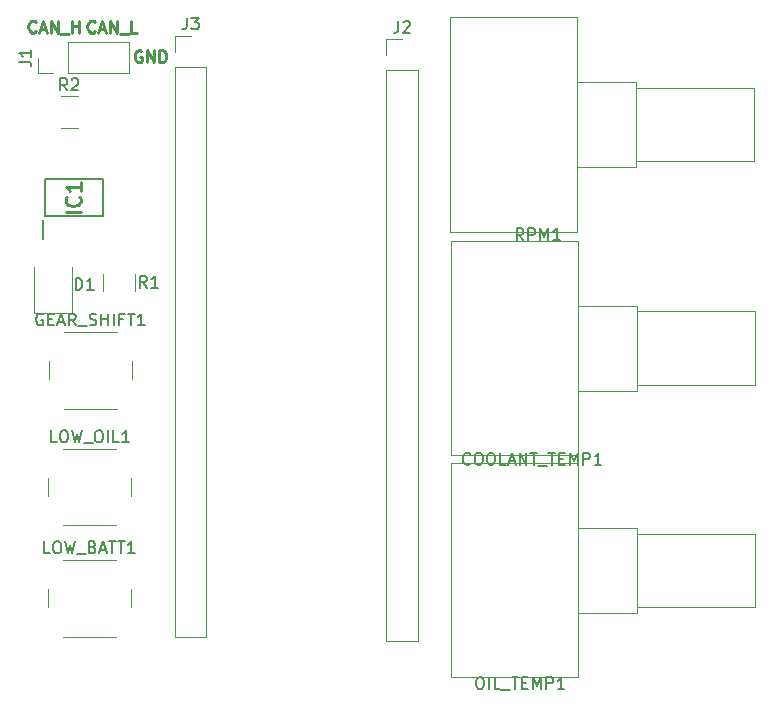
<source format=gbr>
%TF.GenerationSoftware,KiCad,Pcbnew,7.0.6*%
%TF.CreationDate,2024-04-09T21:05:34+03:00*%
%TF.ProjectId,ecu-emulator,6563752d-656d-4756-9c61-746f722e6b69,rev?*%
%TF.SameCoordinates,Original*%
%TF.FileFunction,Legend,Top*%
%TF.FilePolarity,Positive*%
%FSLAX46Y46*%
G04 Gerber Fmt 4.6, Leading zero omitted, Abs format (unit mm)*
G04 Created by KiCad (PCBNEW 7.0.6) date 2024-04-09 21:05:34*
%MOMM*%
%LPD*%
G01*
G04 APERTURE LIST*
%ADD10C,0.250000*%
%ADD11C,0.254000*%
%ADD12C,0.150000*%
%ADD13C,0.200000*%
%ADD14C,0.120000*%
G04 APERTURE END LIST*
D10*
X117473996Y-51269380D02*
X117426377Y-51317000D01*
X117426377Y-51317000D02*
X117283520Y-51364619D01*
X117283520Y-51364619D02*
X117188282Y-51364619D01*
X117188282Y-51364619D02*
X117045425Y-51317000D01*
X117045425Y-51317000D02*
X116950187Y-51221761D01*
X116950187Y-51221761D02*
X116902568Y-51126523D01*
X116902568Y-51126523D02*
X116854949Y-50936047D01*
X116854949Y-50936047D02*
X116854949Y-50793190D01*
X116854949Y-50793190D02*
X116902568Y-50602714D01*
X116902568Y-50602714D02*
X116950187Y-50507476D01*
X116950187Y-50507476D02*
X117045425Y-50412238D01*
X117045425Y-50412238D02*
X117188282Y-50364619D01*
X117188282Y-50364619D02*
X117283520Y-50364619D01*
X117283520Y-50364619D02*
X117426377Y-50412238D01*
X117426377Y-50412238D02*
X117473996Y-50459857D01*
X117854949Y-51078904D02*
X118331139Y-51078904D01*
X117759711Y-51364619D02*
X118093044Y-50364619D01*
X118093044Y-50364619D02*
X118426377Y-51364619D01*
X118759711Y-51364619D02*
X118759711Y-50364619D01*
X118759711Y-50364619D02*
X119331139Y-51364619D01*
X119331139Y-51364619D02*
X119331139Y-50364619D01*
X119569235Y-51459857D02*
X120331139Y-51459857D01*
X121045425Y-51364619D02*
X120569235Y-51364619D01*
X120569235Y-51364619D02*
X120569235Y-50364619D01*
X112473996Y-51269380D02*
X112426377Y-51317000D01*
X112426377Y-51317000D02*
X112283520Y-51364619D01*
X112283520Y-51364619D02*
X112188282Y-51364619D01*
X112188282Y-51364619D02*
X112045425Y-51317000D01*
X112045425Y-51317000D02*
X111950187Y-51221761D01*
X111950187Y-51221761D02*
X111902568Y-51126523D01*
X111902568Y-51126523D02*
X111854949Y-50936047D01*
X111854949Y-50936047D02*
X111854949Y-50793190D01*
X111854949Y-50793190D02*
X111902568Y-50602714D01*
X111902568Y-50602714D02*
X111950187Y-50507476D01*
X111950187Y-50507476D02*
X112045425Y-50412238D01*
X112045425Y-50412238D02*
X112188282Y-50364619D01*
X112188282Y-50364619D02*
X112283520Y-50364619D01*
X112283520Y-50364619D02*
X112426377Y-50412238D01*
X112426377Y-50412238D02*
X112473996Y-50459857D01*
X112854949Y-51078904D02*
X113331139Y-51078904D01*
X112759711Y-51364619D02*
X113093044Y-50364619D01*
X113093044Y-50364619D02*
X113426377Y-51364619D01*
X113759711Y-51364619D02*
X113759711Y-50364619D01*
X113759711Y-50364619D02*
X114331139Y-51364619D01*
X114331139Y-51364619D02*
X114331139Y-50364619D01*
X114569235Y-51459857D02*
X115331139Y-51459857D01*
X115569235Y-51364619D02*
X115569235Y-50364619D01*
X115569235Y-50840809D02*
X116140663Y-50840809D01*
X116140663Y-51364619D02*
X116140663Y-50364619D01*
X121426377Y-52912238D02*
X121331139Y-52864619D01*
X121331139Y-52864619D02*
X121188282Y-52864619D01*
X121188282Y-52864619D02*
X121045425Y-52912238D01*
X121045425Y-52912238D02*
X120950187Y-53007476D01*
X120950187Y-53007476D02*
X120902568Y-53102714D01*
X120902568Y-53102714D02*
X120854949Y-53293190D01*
X120854949Y-53293190D02*
X120854949Y-53436047D01*
X120854949Y-53436047D02*
X120902568Y-53626523D01*
X120902568Y-53626523D02*
X120950187Y-53721761D01*
X120950187Y-53721761D02*
X121045425Y-53817000D01*
X121045425Y-53817000D02*
X121188282Y-53864619D01*
X121188282Y-53864619D02*
X121283520Y-53864619D01*
X121283520Y-53864619D02*
X121426377Y-53817000D01*
X121426377Y-53817000D02*
X121473996Y-53769380D01*
X121473996Y-53769380D02*
X121473996Y-53436047D01*
X121473996Y-53436047D02*
X121283520Y-53436047D01*
X121902568Y-53864619D02*
X121902568Y-52864619D01*
X121902568Y-52864619D02*
X122473996Y-53864619D01*
X122473996Y-53864619D02*
X122473996Y-52864619D01*
X122950187Y-53864619D02*
X122950187Y-52864619D01*
X122950187Y-52864619D02*
X123188282Y-52864619D01*
X123188282Y-52864619D02*
X123331139Y-52912238D01*
X123331139Y-52912238D02*
X123426377Y-53007476D01*
X123426377Y-53007476D02*
X123473996Y-53102714D01*
X123473996Y-53102714D02*
X123521615Y-53293190D01*
X123521615Y-53293190D02*
X123521615Y-53436047D01*
X123521615Y-53436047D02*
X123473996Y-53626523D01*
X123473996Y-53626523D02*
X123426377Y-53721761D01*
X123426377Y-53721761D02*
X123331139Y-53817000D01*
X123331139Y-53817000D02*
X123188282Y-53864619D01*
X123188282Y-53864619D02*
X122950187Y-53864619D01*
D11*
X116274318Y-66589762D02*
X115004318Y-66589762D01*
X116153365Y-65259285D02*
X116213842Y-65319761D01*
X116213842Y-65319761D02*
X116274318Y-65501190D01*
X116274318Y-65501190D02*
X116274318Y-65622142D01*
X116274318Y-65622142D02*
X116213842Y-65803571D01*
X116213842Y-65803571D02*
X116092889Y-65924523D01*
X116092889Y-65924523D02*
X115971937Y-65985000D01*
X115971937Y-65985000D02*
X115730032Y-66045476D01*
X115730032Y-66045476D02*
X115548603Y-66045476D01*
X115548603Y-66045476D02*
X115306699Y-65985000D01*
X115306699Y-65985000D02*
X115185746Y-65924523D01*
X115185746Y-65924523D02*
X115064794Y-65803571D01*
X115064794Y-65803571D02*
X115004318Y-65622142D01*
X115004318Y-65622142D02*
X115004318Y-65501190D01*
X115004318Y-65501190D02*
X115064794Y-65319761D01*
X115064794Y-65319761D02*
X115125270Y-65259285D01*
X116274318Y-64049761D02*
X116274318Y-64775476D01*
X116274318Y-64412619D02*
X115004318Y-64412619D01*
X115004318Y-64412619D02*
X115185746Y-64533571D01*
X115185746Y-64533571D02*
X115306699Y-64654523D01*
X115306699Y-64654523D02*
X115367175Y-64775476D01*
D12*
X115133333Y-56254819D02*
X114800000Y-55778628D01*
X114561905Y-56254819D02*
X114561905Y-55254819D01*
X114561905Y-55254819D02*
X114942857Y-55254819D01*
X114942857Y-55254819D02*
X115038095Y-55302438D01*
X115038095Y-55302438D02*
X115085714Y-55350057D01*
X115085714Y-55350057D02*
X115133333Y-55445295D01*
X115133333Y-55445295D02*
X115133333Y-55588152D01*
X115133333Y-55588152D02*
X115085714Y-55683390D01*
X115085714Y-55683390D02*
X115038095Y-55731009D01*
X115038095Y-55731009D02*
X114942857Y-55778628D01*
X114942857Y-55778628D02*
X114561905Y-55778628D01*
X115514286Y-55350057D02*
X115561905Y-55302438D01*
X115561905Y-55302438D02*
X115657143Y-55254819D01*
X115657143Y-55254819D02*
X115895238Y-55254819D01*
X115895238Y-55254819D02*
X115990476Y-55302438D01*
X115990476Y-55302438D02*
X116038095Y-55350057D01*
X116038095Y-55350057D02*
X116085714Y-55445295D01*
X116085714Y-55445295D02*
X116085714Y-55540533D01*
X116085714Y-55540533D02*
X116038095Y-55683390D01*
X116038095Y-55683390D02*
X115466667Y-56254819D01*
X115466667Y-56254819D02*
X116085714Y-56254819D01*
X150000000Y-105954819D02*
X150190476Y-105954819D01*
X150190476Y-105954819D02*
X150285714Y-106002438D01*
X150285714Y-106002438D02*
X150380952Y-106097676D01*
X150380952Y-106097676D02*
X150428571Y-106288152D01*
X150428571Y-106288152D02*
X150428571Y-106621485D01*
X150428571Y-106621485D02*
X150380952Y-106811961D01*
X150380952Y-106811961D02*
X150285714Y-106907200D01*
X150285714Y-106907200D02*
X150190476Y-106954819D01*
X150190476Y-106954819D02*
X150000000Y-106954819D01*
X150000000Y-106954819D02*
X149904762Y-106907200D01*
X149904762Y-106907200D02*
X149809524Y-106811961D01*
X149809524Y-106811961D02*
X149761905Y-106621485D01*
X149761905Y-106621485D02*
X149761905Y-106288152D01*
X149761905Y-106288152D02*
X149809524Y-106097676D01*
X149809524Y-106097676D02*
X149904762Y-106002438D01*
X149904762Y-106002438D02*
X150000000Y-105954819D01*
X150857143Y-106954819D02*
X150857143Y-105954819D01*
X151809523Y-106954819D02*
X151333333Y-106954819D01*
X151333333Y-106954819D02*
X151333333Y-105954819D01*
X151904762Y-107050057D02*
X152666666Y-107050057D01*
X152761905Y-105954819D02*
X153333333Y-105954819D01*
X153047619Y-106954819D02*
X153047619Y-105954819D01*
X153666667Y-106431009D02*
X154000000Y-106431009D01*
X154142857Y-106954819D02*
X153666667Y-106954819D01*
X153666667Y-106954819D02*
X153666667Y-105954819D01*
X153666667Y-105954819D02*
X154142857Y-105954819D01*
X154571429Y-106954819D02*
X154571429Y-105954819D01*
X154571429Y-105954819D02*
X154904762Y-106669104D01*
X154904762Y-106669104D02*
X155238095Y-105954819D01*
X155238095Y-105954819D02*
X155238095Y-106954819D01*
X155714286Y-106954819D02*
X155714286Y-105954819D01*
X155714286Y-105954819D02*
X156095238Y-105954819D01*
X156095238Y-105954819D02*
X156190476Y-106002438D01*
X156190476Y-106002438D02*
X156238095Y-106050057D01*
X156238095Y-106050057D02*
X156285714Y-106145295D01*
X156285714Y-106145295D02*
X156285714Y-106288152D01*
X156285714Y-106288152D02*
X156238095Y-106383390D01*
X156238095Y-106383390D02*
X156190476Y-106431009D01*
X156190476Y-106431009D02*
X156095238Y-106478628D01*
X156095238Y-106478628D02*
X155714286Y-106478628D01*
X157238095Y-106954819D02*
X156666667Y-106954819D01*
X156952381Y-106954819D02*
X156952381Y-105954819D01*
X156952381Y-105954819D02*
X156857143Y-106097676D01*
X156857143Y-106097676D02*
X156761905Y-106192914D01*
X156761905Y-106192914D02*
X156666667Y-106240533D01*
X113666666Y-95454819D02*
X113190476Y-95454819D01*
X113190476Y-95454819D02*
X113190476Y-94454819D01*
X114190476Y-94454819D02*
X114380952Y-94454819D01*
X114380952Y-94454819D02*
X114476190Y-94502438D01*
X114476190Y-94502438D02*
X114571428Y-94597676D01*
X114571428Y-94597676D02*
X114619047Y-94788152D01*
X114619047Y-94788152D02*
X114619047Y-95121485D01*
X114619047Y-95121485D02*
X114571428Y-95311961D01*
X114571428Y-95311961D02*
X114476190Y-95407200D01*
X114476190Y-95407200D02*
X114380952Y-95454819D01*
X114380952Y-95454819D02*
X114190476Y-95454819D01*
X114190476Y-95454819D02*
X114095238Y-95407200D01*
X114095238Y-95407200D02*
X114000000Y-95311961D01*
X114000000Y-95311961D02*
X113952381Y-95121485D01*
X113952381Y-95121485D02*
X113952381Y-94788152D01*
X113952381Y-94788152D02*
X114000000Y-94597676D01*
X114000000Y-94597676D02*
X114095238Y-94502438D01*
X114095238Y-94502438D02*
X114190476Y-94454819D01*
X114952381Y-94454819D02*
X115190476Y-95454819D01*
X115190476Y-95454819D02*
X115380952Y-94740533D01*
X115380952Y-94740533D02*
X115571428Y-95454819D01*
X115571428Y-95454819D02*
X115809524Y-94454819D01*
X115952381Y-95550057D02*
X116714285Y-95550057D01*
X117285714Y-94931009D02*
X117428571Y-94978628D01*
X117428571Y-94978628D02*
X117476190Y-95026247D01*
X117476190Y-95026247D02*
X117523809Y-95121485D01*
X117523809Y-95121485D02*
X117523809Y-95264342D01*
X117523809Y-95264342D02*
X117476190Y-95359580D01*
X117476190Y-95359580D02*
X117428571Y-95407200D01*
X117428571Y-95407200D02*
X117333333Y-95454819D01*
X117333333Y-95454819D02*
X116952381Y-95454819D01*
X116952381Y-95454819D02*
X116952381Y-94454819D01*
X116952381Y-94454819D02*
X117285714Y-94454819D01*
X117285714Y-94454819D02*
X117380952Y-94502438D01*
X117380952Y-94502438D02*
X117428571Y-94550057D01*
X117428571Y-94550057D02*
X117476190Y-94645295D01*
X117476190Y-94645295D02*
X117476190Y-94740533D01*
X117476190Y-94740533D02*
X117428571Y-94835771D01*
X117428571Y-94835771D02*
X117380952Y-94883390D01*
X117380952Y-94883390D02*
X117285714Y-94931009D01*
X117285714Y-94931009D02*
X116952381Y-94931009D01*
X117904762Y-95169104D02*
X118380952Y-95169104D01*
X117809524Y-95454819D02*
X118142857Y-94454819D01*
X118142857Y-94454819D02*
X118476190Y-95454819D01*
X118666667Y-94454819D02*
X119238095Y-94454819D01*
X118952381Y-95454819D02*
X118952381Y-94454819D01*
X119428572Y-94454819D02*
X120000000Y-94454819D01*
X119714286Y-95454819D02*
X119714286Y-94454819D01*
X120857143Y-95454819D02*
X120285715Y-95454819D01*
X120571429Y-95454819D02*
X120571429Y-94454819D01*
X120571429Y-94454819D02*
X120476191Y-94597676D01*
X120476191Y-94597676D02*
X120380953Y-94692914D01*
X120380953Y-94692914D02*
X120285715Y-94740533D01*
X113076190Y-75202438D02*
X112980952Y-75154819D01*
X112980952Y-75154819D02*
X112838095Y-75154819D01*
X112838095Y-75154819D02*
X112695238Y-75202438D01*
X112695238Y-75202438D02*
X112600000Y-75297676D01*
X112600000Y-75297676D02*
X112552381Y-75392914D01*
X112552381Y-75392914D02*
X112504762Y-75583390D01*
X112504762Y-75583390D02*
X112504762Y-75726247D01*
X112504762Y-75726247D02*
X112552381Y-75916723D01*
X112552381Y-75916723D02*
X112600000Y-76011961D01*
X112600000Y-76011961D02*
X112695238Y-76107200D01*
X112695238Y-76107200D02*
X112838095Y-76154819D01*
X112838095Y-76154819D02*
X112933333Y-76154819D01*
X112933333Y-76154819D02*
X113076190Y-76107200D01*
X113076190Y-76107200D02*
X113123809Y-76059580D01*
X113123809Y-76059580D02*
X113123809Y-75726247D01*
X113123809Y-75726247D02*
X112933333Y-75726247D01*
X113552381Y-75631009D02*
X113885714Y-75631009D01*
X114028571Y-76154819D02*
X113552381Y-76154819D01*
X113552381Y-76154819D02*
X113552381Y-75154819D01*
X113552381Y-75154819D02*
X114028571Y-75154819D01*
X114409524Y-75869104D02*
X114885714Y-75869104D01*
X114314286Y-76154819D02*
X114647619Y-75154819D01*
X114647619Y-75154819D02*
X114980952Y-76154819D01*
X115885714Y-76154819D02*
X115552381Y-75678628D01*
X115314286Y-76154819D02*
X115314286Y-75154819D01*
X115314286Y-75154819D02*
X115695238Y-75154819D01*
X115695238Y-75154819D02*
X115790476Y-75202438D01*
X115790476Y-75202438D02*
X115838095Y-75250057D01*
X115838095Y-75250057D02*
X115885714Y-75345295D01*
X115885714Y-75345295D02*
X115885714Y-75488152D01*
X115885714Y-75488152D02*
X115838095Y-75583390D01*
X115838095Y-75583390D02*
X115790476Y-75631009D01*
X115790476Y-75631009D02*
X115695238Y-75678628D01*
X115695238Y-75678628D02*
X115314286Y-75678628D01*
X116076191Y-76250057D02*
X116838095Y-76250057D01*
X117028572Y-76107200D02*
X117171429Y-76154819D01*
X117171429Y-76154819D02*
X117409524Y-76154819D01*
X117409524Y-76154819D02*
X117504762Y-76107200D01*
X117504762Y-76107200D02*
X117552381Y-76059580D01*
X117552381Y-76059580D02*
X117600000Y-75964342D01*
X117600000Y-75964342D02*
X117600000Y-75869104D01*
X117600000Y-75869104D02*
X117552381Y-75773866D01*
X117552381Y-75773866D02*
X117504762Y-75726247D01*
X117504762Y-75726247D02*
X117409524Y-75678628D01*
X117409524Y-75678628D02*
X117219048Y-75631009D01*
X117219048Y-75631009D02*
X117123810Y-75583390D01*
X117123810Y-75583390D02*
X117076191Y-75535771D01*
X117076191Y-75535771D02*
X117028572Y-75440533D01*
X117028572Y-75440533D02*
X117028572Y-75345295D01*
X117028572Y-75345295D02*
X117076191Y-75250057D01*
X117076191Y-75250057D02*
X117123810Y-75202438D01*
X117123810Y-75202438D02*
X117219048Y-75154819D01*
X117219048Y-75154819D02*
X117457143Y-75154819D01*
X117457143Y-75154819D02*
X117600000Y-75202438D01*
X118028572Y-76154819D02*
X118028572Y-75154819D01*
X118028572Y-75631009D02*
X118600000Y-75631009D01*
X118600000Y-76154819D02*
X118600000Y-75154819D01*
X119076191Y-76154819D02*
X119076191Y-75154819D01*
X119885714Y-75631009D02*
X119552381Y-75631009D01*
X119552381Y-76154819D02*
X119552381Y-75154819D01*
X119552381Y-75154819D02*
X120028571Y-75154819D01*
X120266667Y-75154819D02*
X120838095Y-75154819D01*
X120552381Y-76154819D02*
X120552381Y-75154819D01*
X121695238Y-76154819D02*
X121123810Y-76154819D01*
X121409524Y-76154819D02*
X121409524Y-75154819D01*
X121409524Y-75154819D02*
X121314286Y-75297676D01*
X121314286Y-75297676D02*
X121219048Y-75392914D01*
X121219048Y-75392914D02*
X121123810Y-75440533D01*
X115861905Y-73154819D02*
X115861905Y-72154819D01*
X115861905Y-72154819D02*
X116100000Y-72154819D01*
X116100000Y-72154819D02*
X116242857Y-72202438D01*
X116242857Y-72202438D02*
X116338095Y-72297676D01*
X116338095Y-72297676D02*
X116385714Y-72392914D01*
X116385714Y-72392914D02*
X116433333Y-72583390D01*
X116433333Y-72583390D02*
X116433333Y-72726247D01*
X116433333Y-72726247D02*
X116385714Y-72916723D01*
X116385714Y-72916723D02*
X116338095Y-73011961D01*
X116338095Y-73011961D02*
X116242857Y-73107200D01*
X116242857Y-73107200D02*
X116100000Y-73154819D01*
X116100000Y-73154819D02*
X115861905Y-73154819D01*
X117385714Y-73154819D02*
X116814286Y-73154819D01*
X117100000Y-73154819D02*
X117100000Y-72154819D01*
X117100000Y-72154819D02*
X117004762Y-72297676D01*
X117004762Y-72297676D02*
X116909524Y-72392914D01*
X116909524Y-72392914D02*
X116814286Y-72440533D01*
X153761904Y-68954819D02*
X153428571Y-68478628D01*
X153190476Y-68954819D02*
X153190476Y-67954819D01*
X153190476Y-67954819D02*
X153571428Y-67954819D01*
X153571428Y-67954819D02*
X153666666Y-68002438D01*
X153666666Y-68002438D02*
X153714285Y-68050057D01*
X153714285Y-68050057D02*
X153761904Y-68145295D01*
X153761904Y-68145295D02*
X153761904Y-68288152D01*
X153761904Y-68288152D02*
X153714285Y-68383390D01*
X153714285Y-68383390D02*
X153666666Y-68431009D01*
X153666666Y-68431009D02*
X153571428Y-68478628D01*
X153571428Y-68478628D02*
X153190476Y-68478628D01*
X154190476Y-68954819D02*
X154190476Y-67954819D01*
X154190476Y-67954819D02*
X154571428Y-67954819D01*
X154571428Y-67954819D02*
X154666666Y-68002438D01*
X154666666Y-68002438D02*
X154714285Y-68050057D01*
X154714285Y-68050057D02*
X154761904Y-68145295D01*
X154761904Y-68145295D02*
X154761904Y-68288152D01*
X154761904Y-68288152D02*
X154714285Y-68383390D01*
X154714285Y-68383390D02*
X154666666Y-68431009D01*
X154666666Y-68431009D02*
X154571428Y-68478628D01*
X154571428Y-68478628D02*
X154190476Y-68478628D01*
X155190476Y-68954819D02*
X155190476Y-67954819D01*
X155190476Y-67954819D02*
X155523809Y-68669104D01*
X155523809Y-68669104D02*
X155857142Y-67954819D01*
X155857142Y-67954819D02*
X155857142Y-68954819D01*
X156857142Y-68954819D02*
X156285714Y-68954819D01*
X156571428Y-68954819D02*
X156571428Y-67954819D01*
X156571428Y-67954819D02*
X156476190Y-68097676D01*
X156476190Y-68097676D02*
X156380952Y-68192914D01*
X156380952Y-68192914D02*
X156285714Y-68240533D01*
X149261904Y-87859580D02*
X149214285Y-87907200D01*
X149214285Y-87907200D02*
X149071428Y-87954819D01*
X149071428Y-87954819D02*
X148976190Y-87954819D01*
X148976190Y-87954819D02*
X148833333Y-87907200D01*
X148833333Y-87907200D02*
X148738095Y-87811961D01*
X148738095Y-87811961D02*
X148690476Y-87716723D01*
X148690476Y-87716723D02*
X148642857Y-87526247D01*
X148642857Y-87526247D02*
X148642857Y-87383390D01*
X148642857Y-87383390D02*
X148690476Y-87192914D01*
X148690476Y-87192914D02*
X148738095Y-87097676D01*
X148738095Y-87097676D02*
X148833333Y-87002438D01*
X148833333Y-87002438D02*
X148976190Y-86954819D01*
X148976190Y-86954819D02*
X149071428Y-86954819D01*
X149071428Y-86954819D02*
X149214285Y-87002438D01*
X149214285Y-87002438D02*
X149261904Y-87050057D01*
X149880952Y-86954819D02*
X150071428Y-86954819D01*
X150071428Y-86954819D02*
X150166666Y-87002438D01*
X150166666Y-87002438D02*
X150261904Y-87097676D01*
X150261904Y-87097676D02*
X150309523Y-87288152D01*
X150309523Y-87288152D02*
X150309523Y-87621485D01*
X150309523Y-87621485D02*
X150261904Y-87811961D01*
X150261904Y-87811961D02*
X150166666Y-87907200D01*
X150166666Y-87907200D02*
X150071428Y-87954819D01*
X150071428Y-87954819D02*
X149880952Y-87954819D01*
X149880952Y-87954819D02*
X149785714Y-87907200D01*
X149785714Y-87907200D02*
X149690476Y-87811961D01*
X149690476Y-87811961D02*
X149642857Y-87621485D01*
X149642857Y-87621485D02*
X149642857Y-87288152D01*
X149642857Y-87288152D02*
X149690476Y-87097676D01*
X149690476Y-87097676D02*
X149785714Y-87002438D01*
X149785714Y-87002438D02*
X149880952Y-86954819D01*
X150928571Y-86954819D02*
X151119047Y-86954819D01*
X151119047Y-86954819D02*
X151214285Y-87002438D01*
X151214285Y-87002438D02*
X151309523Y-87097676D01*
X151309523Y-87097676D02*
X151357142Y-87288152D01*
X151357142Y-87288152D02*
X151357142Y-87621485D01*
X151357142Y-87621485D02*
X151309523Y-87811961D01*
X151309523Y-87811961D02*
X151214285Y-87907200D01*
X151214285Y-87907200D02*
X151119047Y-87954819D01*
X151119047Y-87954819D02*
X150928571Y-87954819D01*
X150928571Y-87954819D02*
X150833333Y-87907200D01*
X150833333Y-87907200D02*
X150738095Y-87811961D01*
X150738095Y-87811961D02*
X150690476Y-87621485D01*
X150690476Y-87621485D02*
X150690476Y-87288152D01*
X150690476Y-87288152D02*
X150738095Y-87097676D01*
X150738095Y-87097676D02*
X150833333Y-87002438D01*
X150833333Y-87002438D02*
X150928571Y-86954819D01*
X152261904Y-87954819D02*
X151785714Y-87954819D01*
X151785714Y-87954819D02*
X151785714Y-86954819D01*
X152547619Y-87669104D02*
X153023809Y-87669104D01*
X152452381Y-87954819D02*
X152785714Y-86954819D01*
X152785714Y-86954819D02*
X153119047Y-87954819D01*
X153452381Y-87954819D02*
X153452381Y-86954819D01*
X153452381Y-86954819D02*
X154023809Y-87954819D01*
X154023809Y-87954819D02*
X154023809Y-86954819D01*
X154357143Y-86954819D02*
X154928571Y-86954819D01*
X154642857Y-87954819D02*
X154642857Y-86954819D01*
X155023810Y-88050057D02*
X155785714Y-88050057D01*
X155880953Y-86954819D02*
X156452381Y-86954819D01*
X156166667Y-87954819D02*
X156166667Y-86954819D01*
X156785715Y-87431009D02*
X157119048Y-87431009D01*
X157261905Y-87954819D02*
X156785715Y-87954819D01*
X156785715Y-87954819D02*
X156785715Y-86954819D01*
X156785715Y-86954819D02*
X157261905Y-86954819D01*
X157690477Y-87954819D02*
X157690477Y-86954819D01*
X157690477Y-86954819D02*
X158023810Y-87669104D01*
X158023810Y-87669104D02*
X158357143Y-86954819D01*
X158357143Y-86954819D02*
X158357143Y-87954819D01*
X158833334Y-87954819D02*
X158833334Y-86954819D01*
X158833334Y-86954819D02*
X159214286Y-86954819D01*
X159214286Y-86954819D02*
X159309524Y-87002438D01*
X159309524Y-87002438D02*
X159357143Y-87050057D01*
X159357143Y-87050057D02*
X159404762Y-87145295D01*
X159404762Y-87145295D02*
X159404762Y-87288152D01*
X159404762Y-87288152D02*
X159357143Y-87383390D01*
X159357143Y-87383390D02*
X159309524Y-87431009D01*
X159309524Y-87431009D02*
X159214286Y-87478628D01*
X159214286Y-87478628D02*
X158833334Y-87478628D01*
X160357143Y-87954819D02*
X159785715Y-87954819D01*
X160071429Y-87954819D02*
X160071429Y-86954819D01*
X160071429Y-86954819D02*
X159976191Y-87097676D01*
X159976191Y-87097676D02*
X159880953Y-87192914D01*
X159880953Y-87192914D02*
X159785715Y-87240533D01*
X125266666Y-50104819D02*
X125266666Y-50819104D01*
X125266666Y-50819104D02*
X125219047Y-50961961D01*
X125219047Y-50961961D02*
X125123809Y-51057200D01*
X125123809Y-51057200D02*
X124980952Y-51104819D01*
X124980952Y-51104819D02*
X124885714Y-51104819D01*
X125647619Y-50104819D02*
X126266666Y-50104819D01*
X126266666Y-50104819D02*
X125933333Y-50485771D01*
X125933333Y-50485771D02*
X126076190Y-50485771D01*
X126076190Y-50485771D02*
X126171428Y-50533390D01*
X126171428Y-50533390D02*
X126219047Y-50581009D01*
X126219047Y-50581009D02*
X126266666Y-50676247D01*
X126266666Y-50676247D02*
X126266666Y-50914342D01*
X126266666Y-50914342D02*
X126219047Y-51009580D01*
X126219047Y-51009580D02*
X126171428Y-51057200D01*
X126171428Y-51057200D02*
X126076190Y-51104819D01*
X126076190Y-51104819D02*
X125790476Y-51104819D01*
X125790476Y-51104819D02*
X125695238Y-51057200D01*
X125695238Y-51057200D02*
X125647619Y-51009580D01*
X121883333Y-72954819D02*
X121550000Y-72478628D01*
X121311905Y-72954819D02*
X121311905Y-71954819D01*
X121311905Y-71954819D02*
X121692857Y-71954819D01*
X121692857Y-71954819D02*
X121788095Y-72002438D01*
X121788095Y-72002438D02*
X121835714Y-72050057D01*
X121835714Y-72050057D02*
X121883333Y-72145295D01*
X121883333Y-72145295D02*
X121883333Y-72288152D01*
X121883333Y-72288152D02*
X121835714Y-72383390D01*
X121835714Y-72383390D02*
X121788095Y-72431009D01*
X121788095Y-72431009D02*
X121692857Y-72478628D01*
X121692857Y-72478628D02*
X121311905Y-72478628D01*
X122835714Y-72954819D02*
X122264286Y-72954819D01*
X122550000Y-72954819D02*
X122550000Y-71954819D01*
X122550000Y-71954819D02*
X122454762Y-72097676D01*
X122454762Y-72097676D02*
X122359524Y-72192914D01*
X122359524Y-72192914D02*
X122264286Y-72240533D01*
X143166666Y-50404819D02*
X143166666Y-51119104D01*
X143166666Y-51119104D02*
X143119047Y-51261961D01*
X143119047Y-51261961D02*
X143023809Y-51357200D01*
X143023809Y-51357200D02*
X142880952Y-51404819D01*
X142880952Y-51404819D02*
X142785714Y-51404819D01*
X143595238Y-50500057D02*
X143642857Y-50452438D01*
X143642857Y-50452438D02*
X143738095Y-50404819D01*
X143738095Y-50404819D02*
X143976190Y-50404819D01*
X143976190Y-50404819D02*
X144071428Y-50452438D01*
X144071428Y-50452438D02*
X144119047Y-50500057D01*
X144119047Y-50500057D02*
X144166666Y-50595295D01*
X144166666Y-50595295D02*
X144166666Y-50690533D01*
X144166666Y-50690533D02*
X144119047Y-50833390D01*
X144119047Y-50833390D02*
X143547619Y-51404819D01*
X143547619Y-51404819D02*
X144166666Y-51404819D01*
X111084819Y-53833333D02*
X111799104Y-53833333D01*
X111799104Y-53833333D02*
X111941961Y-53880952D01*
X111941961Y-53880952D02*
X112037200Y-53976190D01*
X112037200Y-53976190D02*
X112084819Y-54119047D01*
X112084819Y-54119047D02*
X112084819Y-54214285D01*
X112084819Y-52833333D02*
X112084819Y-53404761D01*
X112084819Y-53119047D02*
X111084819Y-53119047D01*
X111084819Y-53119047D02*
X111227676Y-53214285D01*
X111227676Y-53214285D02*
X111322914Y-53309523D01*
X111322914Y-53309523D02*
X111370533Y-53404761D01*
X114240476Y-86054819D02*
X113764286Y-86054819D01*
X113764286Y-86054819D02*
X113764286Y-85054819D01*
X114764286Y-85054819D02*
X114954762Y-85054819D01*
X114954762Y-85054819D02*
X115050000Y-85102438D01*
X115050000Y-85102438D02*
X115145238Y-85197676D01*
X115145238Y-85197676D02*
X115192857Y-85388152D01*
X115192857Y-85388152D02*
X115192857Y-85721485D01*
X115192857Y-85721485D02*
X115145238Y-85911961D01*
X115145238Y-85911961D02*
X115050000Y-86007200D01*
X115050000Y-86007200D02*
X114954762Y-86054819D01*
X114954762Y-86054819D02*
X114764286Y-86054819D01*
X114764286Y-86054819D02*
X114669048Y-86007200D01*
X114669048Y-86007200D02*
X114573810Y-85911961D01*
X114573810Y-85911961D02*
X114526191Y-85721485D01*
X114526191Y-85721485D02*
X114526191Y-85388152D01*
X114526191Y-85388152D02*
X114573810Y-85197676D01*
X114573810Y-85197676D02*
X114669048Y-85102438D01*
X114669048Y-85102438D02*
X114764286Y-85054819D01*
X115526191Y-85054819D02*
X115764286Y-86054819D01*
X115764286Y-86054819D02*
X115954762Y-85340533D01*
X115954762Y-85340533D02*
X116145238Y-86054819D01*
X116145238Y-86054819D02*
X116383334Y-85054819D01*
X116526191Y-86150057D02*
X117288095Y-86150057D01*
X117716667Y-85054819D02*
X117907143Y-85054819D01*
X117907143Y-85054819D02*
X118002381Y-85102438D01*
X118002381Y-85102438D02*
X118097619Y-85197676D01*
X118097619Y-85197676D02*
X118145238Y-85388152D01*
X118145238Y-85388152D02*
X118145238Y-85721485D01*
X118145238Y-85721485D02*
X118097619Y-85911961D01*
X118097619Y-85911961D02*
X118002381Y-86007200D01*
X118002381Y-86007200D02*
X117907143Y-86054819D01*
X117907143Y-86054819D02*
X117716667Y-86054819D01*
X117716667Y-86054819D02*
X117621429Y-86007200D01*
X117621429Y-86007200D02*
X117526191Y-85911961D01*
X117526191Y-85911961D02*
X117478572Y-85721485D01*
X117478572Y-85721485D02*
X117478572Y-85388152D01*
X117478572Y-85388152D02*
X117526191Y-85197676D01*
X117526191Y-85197676D02*
X117621429Y-85102438D01*
X117621429Y-85102438D02*
X117716667Y-85054819D01*
X118573810Y-86054819D02*
X118573810Y-85054819D01*
X119526190Y-86054819D02*
X119050000Y-86054819D01*
X119050000Y-86054819D02*
X119050000Y-85054819D01*
X120383333Y-86054819D02*
X119811905Y-86054819D01*
X120097619Y-86054819D02*
X120097619Y-85054819D01*
X120097619Y-85054819D02*
X120002381Y-85197676D01*
X120002381Y-85197676D02*
X119907143Y-85292914D01*
X119907143Y-85292914D02*
X119811905Y-85340533D01*
D13*
%TO.C,IC1*%
X113095000Y-68825000D02*
X113095000Y-67275000D01*
X113250000Y-66925000D02*
X113250000Y-63775000D01*
X118150000Y-66925000D02*
X113250000Y-66925000D01*
X113250000Y-63775000D02*
X118150000Y-63775000D01*
X118150000Y-63775000D02*
X118150000Y-66925000D01*
D14*
%TO.C,R2*%
X114626263Y-56745000D02*
X116073737Y-56745000D01*
X114626263Y-59455000D02*
X116073737Y-59455000D01*
%TO.C,OIL_TEMP1*%
X173370000Y-93780000D02*
X173370000Y-100020000D01*
X163370000Y-100020000D02*
X173370000Y-100020000D01*
X163370000Y-93780000D02*
X173370000Y-93780000D01*
X163370000Y-93280000D02*
X163370000Y-100520000D01*
X158370000Y-100520000D02*
X163370000Y-100520000D01*
X158370000Y-93280000D02*
X163370000Y-93280000D01*
X158370000Y-87830000D02*
X158370000Y-105970000D01*
X147630000Y-105970000D02*
X158370000Y-105970000D01*
X147630000Y-87830000D02*
X158370000Y-87830000D01*
X147630000Y-87830000D02*
X147630000Y-105970000D01*
%TO.C,LOW_BATT1*%
X113500000Y-98500000D02*
X113500000Y-100000000D01*
X114750000Y-102500000D02*
X119250000Y-102500000D01*
X119250000Y-96000000D02*
X114750000Y-96000000D01*
X120500000Y-100000000D02*
X120500000Y-98500000D01*
%TO.C,GEAR_SHIFT1*%
X113600000Y-79200000D02*
X113600000Y-80700000D01*
X114850000Y-83200000D02*
X119350000Y-83200000D01*
X119350000Y-76700000D02*
X114850000Y-76700000D01*
X120600000Y-80700000D02*
X120600000Y-79200000D01*
%TO.C,D1*%
X112365000Y-75135000D02*
X115535000Y-75135000D01*
X115535000Y-75135000D02*
X115535000Y-71250000D01*
X112365000Y-71250000D02*
X112365000Y-75135000D01*
%TO.C,RPM1*%
X173320000Y-56030000D02*
X173320000Y-62270000D01*
X163320000Y-62270000D02*
X173320000Y-62270000D01*
X163320000Y-56030000D02*
X173320000Y-56030000D01*
X163320000Y-55530000D02*
X163320000Y-62770000D01*
X158320000Y-62770000D02*
X163320000Y-62770000D01*
X158320000Y-55530000D02*
X163320000Y-55530000D01*
X158320000Y-50080000D02*
X158320000Y-68220000D01*
X147580000Y-68220000D02*
X158320000Y-68220000D01*
X147580000Y-50080000D02*
X158320000Y-50080000D01*
X147580000Y-50080000D02*
X147580000Y-68220000D01*
%TO.C,COOLANT_TEMP1*%
X173370000Y-74980000D02*
X173370000Y-81220000D01*
X163370000Y-81220000D02*
X173370000Y-81220000D01*
X163370000Y-74980000D02*
X173370000Y-74980000D01*
X163370000Y-74480000D02*
X163370000Y-81720000D01*
X158370000Y-81720000D02*
X163370000Y-81720000D01*
X158370000Y-74480000D02*
X163370000Y-74480000D01*
X158370000Y-69030000D02*
X158370000Y-87170000D01*
X147630000Y-87170000D02*
X158370000Y-87170000D01*
X147630000Y-69030000D02*
X158370000Y-69030000D01*
X147630000Y-69030000D02*
X147630000Y-87170000D01*
%TO.C,J3*%
X124270000Y-51650000D02*
X125600000Y-51650000D01*
X124270000Y-52980000D02*
X124270000Y-51650000D01*
X124270000Y-54250000D02*
X124270000Y-102570000D01*
X124270000Y-54250000D02*
X126930000Y-54250000D01*
X124270000Y-102570000D02*
X126930000Y-102570000D01*
X126930000Y-54250000D02*
X126930000Y-102570000D01*
%TO.C,R1*%
X120905000Y-71776263D02*
X120905000Y-73223737D01*
X118195000Y-71776263D02*
X118195000Y-73223737D01*
%TO.C,J2*%
X142170000Y-51950000D02*
X143500000Y-51950000D01*
X142170000Y-53280000D02*
X142170000Y-51950000D01*
X142170000Y-54550000D02*
X142170000Y-102870000D01*
X142170000Y-54550000D02*
X144830000Y-54550000D01*
X142170000Y-102870000D02*
X144830000Y-102870000D01*
X144830000Y-54550000D02*
X144830000Y-102870000D01*
%TO.C,J1*%
X112630000Y-54830000D02*
X112630000Y-53500000D01*
X113960000Y-54830000D02*
X112630000Y-54830000D01*
X115230000Y-54830000D02*
X120370000Y-54830000D01*
X115230000Y-54830000D02*
X115230000Y-52170000D01*
X120370000Y-54830000D02*
X120370000Y-52170000D01*
X115230000Y-52170000D02*
X120370000Y-52170000D01*
%TO.C,LOW_OIL1*%
X113550000Y-89100000D02*
X113550000Y-90600000D01*
X114800000Y-93100000D02*
X119300000Y-93100000D01*
X119300000Y-86600000D02*
X114800000Y-86600000D01*
X120550000Y-90600000D02*
X120550000Y-89100000D01*
%TD*%
M02*

</source>
